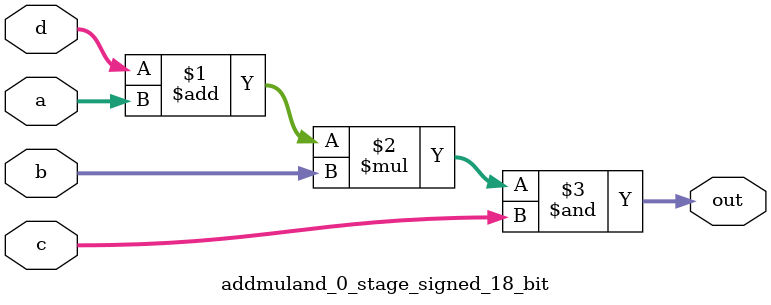
<source format=sv>
(* use_dsp = "yes" *) module addmuland_0_stage_signed_18_bit(
	input signed [17:0] a,
	input signed [17:0] b,
	input signed [17:0] c,
	input signed [17:0] d,
	output [17:0] out
	);

	assign out = ((d + a) * b) & c;
endmodule

</source>
